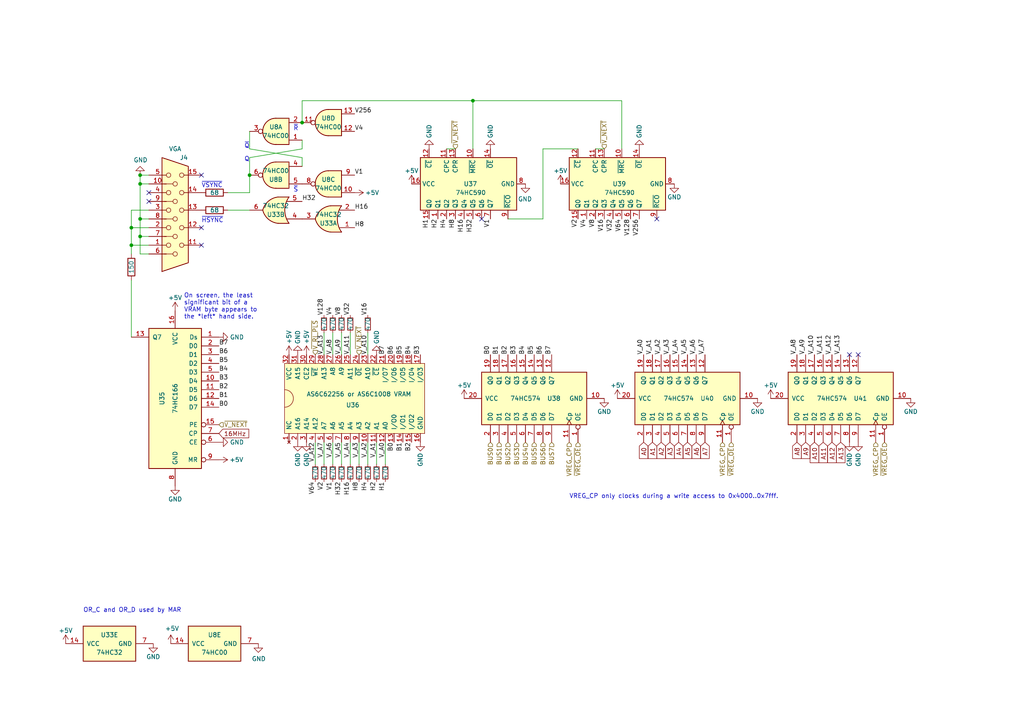
<source format=kicad_sch>
(kicad_sch (version 20231120) (generator "eeschema") (generator_version "8.0")
  (paper "A4")
  (title_block (title "VGA Circuit") (date "2024-10-10") (rev "1.1") (comment 2 "creativecommons.org/licenses/by-nc-sa/4.0/") (comment 3 "This work is licensed under CC BY-NC-SA 4.0") (comment 4 "Author: Carsten Herting (slu4)"))
  (lib_symbols
    (symbol "74xx:74HC00" (pin_names (offset 1.016))
      (property "Reference" "U" (at 0 1.27 0))
      (property "Value" "74HC00" (at 0 -1.27 0))
      (symbol "74HC00_1_1"
        (pin input line (at -7.62 2.54 0) (length 3.81) (name "~") (number "1"))
        (pin input line (at -7.62 -2.54 0) (length 3.81) (name "~") (number "2"))
        (pin output inverted (at 7.62 0 180) (length 3.81) (name "~") (number "3"))
      )
      (symbol "74HC00_1_2"
        (pin input inverted (at -7.62 2.54 0) (length 4.318) (name "~") (number "1"))
        (pin input inverted (at -7.62 -2.54 0) (length 4.318) (name "~") (number "2"))
        (pin output line (at 7.62 0 180) (length 3.81) (name "~") (number "3"))
      )
      (symbol "74HC00_2_1"
        (pin input line (at -7.62 2.54 0) (length 3.81) (name "~") (number "4"))
        (pin input line (at -7.62 -2.54 0) (length 3.81) (name "~") (number "5"))
        (pin output inverted (at 7.62 0 180) (length 3.81) (name "~") (number "6"))
      )
      (symbol "74HC00_2_2"
        (pin input inverted (at -7.62 2.54 0) (length 4.318) (name "~") (number "4"))
        (pin input inverted (at -7.62 -2.54 0) (length 4.318) (name "~") (number "5"))
        (pin output line (at 7.62 0 180) (length 3.81) (name "~") (number "6"))
      )
      (symbol "74HC00_3_1"
        (pin input line (at -7.62 -2.54 0) (length 3.81) (name "~") (number "10"))
        (pin output inverted (at 7.62 0 180) (length 3.81) (name "~") (number "8"))
        (pin input line (at -7.62 2.54 0) (length 3.81) (name "~") (number "9"))
      )
      (symbol "74HC00_3_2"
        (pin input inverted (at -7.62 -2.54 0) (length 4.318) (name "~") (number "10"))
        (pin output line (at 7.62 0 180) (length 3.81) (name "~") (number "8"))
        (pin input inverted (at -7.62 2.54 0) (length 4.318) (name "~") (number "9"))
      )
      (symbol "74HC00_4_1"
        (pin output inverted (at 7.62 0 180) (length 3.81) (name "~") (number "11"))
        (pin input line (at -7.62 2.54 0) (length 3.81) (name "~") (number "12"))
        (pin input line (at -7.62 -2.54 0) (length 3.81) (name "~") (number "13"))
      )
      (symbol "74HC00_4_2"
        (pin output line (at 7.62 0 180) (length 3.81) (name "~") (number "11"))
        (pin input inverted (at -7.62 2.54 0) (length 4.318) (name "~") (number "12"))
        (pin input inverted (at -7.62 -2.54 0) (length 4.318) (name "~") (number "13"))
      )
      (symbol "74HC00_5_0"
        (pin power_in line (at 0 12.7 270) (length 5.08) (name "VCC") (number "14"))
        (pin power_in line (at 0 -12.7 90) (length 5.08) (name "GND") (number "7"))
      )
    )
    (symbol "74xx:74HC590"
      (property "Reference" "U" (at -7.62 16.51 0))
      (property "Value" "74HC590" (at -7.62 -13.97 0))
      (symbol "74HC590_1_0"
        (pin tri_state line (at 10.16 10.16 180) (length 2.54) (name "Q1") (number "1"))
        (pin input line (at -10.16 0 0) (length 2.54) (name "~{MRC}") (number "10"))
        (pin input line (at -10.16 7.62 0) (length 2.54) (name "CPC") (number "11"))
        (pin input line (at -10.16 12.7 0) (length 2.54) (name "~{CE}") (number "12"))
        (pin input line (at -10.16 5.08 0) (length 2.54) (name "CPR") (number "13"))
        (pin input line (at -10.16 -5.08 0) (length 2.54) (name "~{OE}") (number "14"))
        (pin tri_state line (at 10.16 12.7 180) (length 2.54) (name "Q0") (number "15"))
        (pin power_in line (at 0 17.78 270) (length 2.54) (name "VCC") (number "16"))
        (pin tri_state line (at 10.16 7.62 180) (length 2.54) (name "Q2") (number "2"))
        (pin tri_state line (at 10.16 5.08 180) (length 2.54) (name "Q3") (number "3"))
        (pin tri_state line (at 10.16 2.54 180) (length 2.54) (name "Q4") (number "4"))
        (pin tri_state line (at 10.16 0 180) (length 2.54) (name "Q5") (number "5"))
        (pin tri_state line (at 10.16 -2.54 180) (length 2.54) (name "Q6") (number "6"))
        (pin tri_state line (at 10.16 -5.08 180) (length 2.54) (name "Q7") (number "7"))
        (pin power_in line (at 0 -15.24 90) (length 2.54) (name "GND") (number "8"))
        (pin output line (at 10.16 -10.16 180) (length 2.54) (name "~{RCO}") (number "9"))
      )
    )
    (symbol "8-Bit CPU 32k-cache:74HC00" (pin_names (offset 1.016))
      (property "Reference" "U" (at 0 1.27 0))
      (property "Value" "74HC00" (at 0 -1.27 0))
      (symbol "74HC00_1_1"
        (pin input line (at -7.62 2.54 0) (length 3.81) (name "~") (number "1"))
        (pin input line (at -7.62 -2.54 0) (length 3.81) (name "~") (number "2"))
        (pin output inverted (at 7.62 0 180) (length 3.81) (name "~") (number "3"))
      )
      (symbol "74HC00_1_2"
        (pin input inverted (at -7.62 2.54 0) (length 4.318) (name "~") (number "1"))
        (pin input inverted (at -7.62 -2.54 0) (length 4.318) (name "~") (number "2"))
        (pin output line (at 7.62 0 180) (length 3.81) (name "~") (number "3"))
      )
      (symbol "74HC00_2_1"
        (pin input line (at -7.62 2.54 0) (length 3.81) (name "~") (number "4"))
        (pin input line (at -7.62 -2.54 0) (length 3.81) (name "~") (number "5"))
        (pin output inverted (at 7.62 0 180) (length 3.81) (name "~") (number "6"))
      )
      (symbol "74HC00_2_2"
        (pin input inverted (at -7.62 2.54 0) (length 4.318) (name "~") (number "4"))
        (pin input inverted (at -7.62 -2.54 0) (length 4.318) (name "~") (number "5"))
        (pin output line (at 7.62 0 180) (length 3.81) (name "~") (number "6"))
      )
      (symbol "74HC00_3_1"
        (pin input line (at -7.62 -2.54 0) (length 3.81) (name "~") (number "10"))
        (pin output inverted (at 7.62 0 180) (length 3.81) (name "~") (number "8"))
        (pin input line (at -7.62 2.54 0) (length 3.81) (name "~") (number "9"))
      )
      (symbol "74HC00_3_2"
        (pin input inverted (at -7.62 -2.54 0) (length 4.318) (name "~") (number "10"))
        (pin output line (at 7.62 0 180) (length 3.81) (name "~") (number "8"))
        (pin input inverted (at -7.62 2.54 0) (length 4.318) (name "~") (number "9"))
      )
      (symbol "74HC00_4_1"
        (pin output inverted (at 7.62 0 180) (length 3.81) (name "~") (number "11"))
        (pin input line (at -7.62 2.54 0) (length 3.81) (name "~") (number "12"))
        (pin input line (at -7.62 -2.54 0) (length 3.81) (name "~") (number "13"))
      )
      (symbol "74HC00_4_2"
        (pin output line (at 7.62 0 180) (length 3.81) (name "~") (number "11"))
        (pin input inverted (at -7.62 2.54 0) (length 4.318) (name "~") (number "12"))
        (pin input inverted (at -7.62 -2.54 0) (length 4.318) (name "~") (number "13"))
      )
      (symbol "74HC00_5_0"
        (pin power_in line (at 0 12.7 270) (length 5.08) (name "VCC") (number "14"))
        (pin power_in line (at 0 -12.7 90) (length 5.08) (name "GND") (number "7"))
      )
    )
    (symbol "8-Bit CPU 32k:74HC166" (pin_names (offset 1.016))
      (property "Reference" "U" (at 2.54 0 90))
      (property "Value" "74HC166" (at -1.27 0 90))
      (symbol "74HC166_1_0"
        (pin input line (at -12.7 17.78 0) (length 5.08) (name "Ds") (number "1"))
        (pin input line (at -12.7 5.08 0) (length 5.08) (name "D4") (number "10"))
        (pin input line (at -12.7 2.54 0) (length 5.08) (name "D5") (number "11"))
        (pin input line (at -12.7 0 0) (length 5.08) (name "D6") (number "12"))
        (pin output line (at 12.7 17.78 180) (length 5.08) (name "Q7") (number "13"))
        (pin input line (at -12.7 -2.54 0) (length 5.08) (name "D7") (number "14"))
        (pin input inverted (at -12.7 -7.62 0) (length 5.08) (name "PE") (number "15"))
        (pin power_in line (at 0 25.4 270) (length 5.08) (name "VCC") (number "16"))
        (pin input line (at -12.7 15.24 0) (length 5.08) (name "D0") (number "2"))
        (pin input line (at -12.7 12.7 0) (length 5.08) (name "D1") (number "3"))
        (pin input line (at -12.7 10.16 0) (length 5.08) (name "D2") (number "4"))
        (pin input line (at -12.7 7.62 0) (length 5.08) (name "D3") (number "5"))
        (pin input inverted (at -12.7 -12.7 0) (length 5.08) (name "CE") (number "6"))
        (pin input line (at -12.7 -10.16 0) (length 5.08) (name "CP") (number "7"))
        (pin power_in line (at 0 -25.4 90) (length 5.08) (name "GND") (number "8"))
        (pin input inverted (at -12.7 -17.78 0) (length 5.08) (name "MR") (number "9"))
      )
    )
    (symbol "8-Bit CPU 32k:74HC32" (pin_names (offset 1.016))
      (property "Reference" "U" (at 0 1.27 0))
      (property "Value" "74HC32" (at 0 -1.27 0))
      (symbol "74HC32_1_1"
        (pin input line (at -7.62 2.54 0) (length 4.318) (name "~") (number "1"))
        (pin input line (at -7.62 -2.54 0) (length 4.318) (name "~") (number "2"))
        (pin output line (at 7.62 0 180) (length 3.81) (name "~") (number "3"))
      )
      (symbol "74HC32_1_2"
        (pin input inverted (at -7.62 2.54 0) (length 3.81) (name "~") (number "1"))
        (pin input inverted (at -7.62 -2.54 0) (length 3.81) (name "~") (number "2"))
        (pin output inverted (at 7.62 0 180) (length 3.81) (name "~") (number "3"))
      )
      (symbol "74HC32_2_1"
        (pin input line (at -7.62 2.54 0) (length 4.318) (name "~") (number "4"))
        (pin input line (at -7.62 -2.54 0) (length 4.318) (name "~") (number "5"))
        (pin output line (at 7.62 0 180) (length 3.81) (name "~") (number "6"))
      )
      (symbol "74HC32_2_2"
        (pin input inverted (at -7.62 2.54 0) (length 3.81) (name "~") (number "4"))
        (pin input inverted (at -7.62 -2.54 0) (length 3.81) (name "~") (number "5"))
        (pin output inverted (at 7.62 0 180) (length 3.81) (name "~") (number "6"))
      )
      (symbol "74HC32_3_1"
        (pin input line (at -7.62 -2.54 0) (length 4.318) (name "~") (number "10"))
        (pin output line (at 7.62 0 180) (length 3.81) (name "~") (number "8"))
        (pin input line (at -7.62 2.54 0) (length 4.318) (name "~") (number "9"))
      )
      (symbol "74HC32_3_2"
        (pin input inverted (at -7.62 -2.54 0) (length 3.81) (name "~") (number "10"))
        (pin output inverted (at 7.62 0 180) (length 3.81) (name "~") (number "8"))
        (pin input inverted (at -7.62 2.54 0) (length 3.81) (name "~") (number "9"))
      )
      (symbol "74HC32_4_1"
        (pin output line (at 7.62 0 180) (length 3.81) (name "~") (number "11"))
        (pin input line (at -7.62 2.54 0) (length 4.318) (name "~") (number "12"))
        (pin input line (at -7.62 -2.54 0) (length 4.318) (name "~") (number "13"))
      )
      (symbol "74HC32_4_2"
        (pin output inverted (at 7.62 0 180) (length 3.81) (name "~") (number "11"))
        (pin input inverted (at -7.62 2.54 0) (length 3.81) (name "~") (number "12"))
        (pin input inverted (at -7.62 -2.54 0) (length 3.81) (name "~") (number "13"))
      )
      (symbol "74HC32_5_0"
        (pin power_in line (at 0 12.7 270) (length 5.08) (name "VCC") (number "14"))
        (pin power_in line (at 0 -12.7 90) (length 5.08) (name "GND") (number "7"))
      )
    )
    (symbol "8-Bit CPU 32k:74HC574" (pin_names (offset 1.016))
      (property "Reference" "U" (at -7.62 16.51 0))
      (property "Value" "74HC574" (at -7.62 -16.51 0))
      (symbol "74HC574_1_0"
        (pin input inverted (at -12.7 -12.7 0) (length 5.08) (name "OE") (number "1"))
        (pin power_in line (at 0 -20.32 90) (length 5.08) (name "GND") (number "10"))
        (pin input clock (at -12.7 -10.16 0) (length 5.08) (name "Cp") (number "11"))
        (pin tri_state line (at 12.7 -5.08 180) (length 5.08) (name "Q7") (number "12"))
        (pin tri_state line (at 12.7 -2.54 180) (length 5.08) (name "Q6") (number "13"))
        (pin tri_state line (at 12.7 0 180) (length 5.08) (name "Q5") (number "14"))
        (pin tri_state line (at 12.7 2.54 180) (length 5.08) (name "Q4") (number "15"))
        (pin tri_state line (at 12.7 5.08 180) (length 5.08) (name "Q3") (number "16"))
        (pin tri_state line (at 12.7 7.62 180) (length 5.08) (name "Q2") (number "17"))
        (pin tri_state line (at 12.7 10.16 180) (length 5.08) (name "Q1") (number "18"))
        (pin tri_state line (at 12.7 12.7 180) (length 5.08) (name "Q0") (number "19"))
        (pin input line (at -12.7 12.7 0) (length 5.08) (name "D0") (number "2"))
        (pin power_in line (at 0 20.32 270) (length 5.08) (name "VCC") (number "20"))
        (pin input line (at -12.7 10.16 0) (length 5.08) (name "D1") (number "3"))
        (pin input line (at -12.7 7.62 0) (length 5.08) (name "D2") (number "4"))
        (pin input line (at -12.7 5.08 0) (length 5.08) (name "D3") (number "5"))
        (pin input line (at -12.7 2.54 0) (length 5.08) (name "D4") (number "6"))
        (pin input line (at -12.7 0 0) (length 5.08) (name "D5") (number "7"))
        (pin input line (at -12.7 -2.54 0) (length 5.08) (name "D6") (number "8"))
        (pin input line (at -12.7 -5.08 0) (length 5.08) (name "D7") (number "9"))
      )
    )
    (symbol "8-Bit CPU 32k:AS6C1008" (pin_names (offset 1.016))
      (property "Reference" "U" (at -1.27 2.54 90))
      (property "Value" "AS6C1008" (at 2.54 2.54 90))
      (symbol "AS6C1008_1_1"
        (pin no_connect line (at -12.7 22.86 0) (length 2.54) (name "NC") (number "1"))
        (pin input line (at -12.7 0 0) (length 2.54) (name "A2") (number "10"))
        (pin input line (at -12.7 -2.54 0) (length 2.54) (name "A1") (number "11"))
        (pin input line (at -12.7 -5.08 0) (length 2.54) (name "A0") (number "12"))
        (pin bidirectional line (at -12.7 -7.62 0) (length 2.54) (name "I/O0") (number "13"))
        (pin bidirectional line (at -12.7 -10.16 0) (length 2.54) (name "I/O1") (number "14"))
        (pin bidirectional line (at -12.7 -12.7 0) (length 2.54) (name "I/O2") (number "15"))
        (pin power_in line (at -12.7 -15.24 0) (length 2.54) (name "GND") (number "16"))
        (pin bidirectional line (at 12.7 -15.24 180) (length 2.54) (name "I/O3") (number "17"))
        (pin bidirectional line (at 12.7 -12.7 180) (length 2.54) (name "I/O4") (number "18"))
        (pin bidirectional line (at 12.7 -10.16 180) (length 2.54) (name "I/O5") (number "19"))
        (pin input line (at -12.7 20.32 0) (length 2.54) (name "A16") (number "2"))
        (pin bidirectional line (at 12.7 -7.62 180) (length 2.54) (name "I/O6") (number "20"))
        (pin bidirectional line (at 12.7 -5.08 180) (length 2.54) (name "I/O7") (number "21"))
        (pin input line (at 12.7 -2.54 180) (length 2.54) (name "~{CE}") (number "22"))
        (pin input line (at 12.7 0 180) (length 2.54) (name "A10") (number "23"))
        (pin input line (at 12.7 2.54 180) (length 2.54) (name "~{OE}") (number "24"))
        (pin input line (at 12.7 5.08 180) (length 2.54) (name "A11") (number "25"))
        (pin input line (at 12.7 7.62 180) (length 2.54) (name "A9") (number "26"))
        (pin input line (at 12.7 10.16 180) (length 2.54) (name "A8") (number "27"))
        (pin input line (at 12.7 12.7 180) (length 2.54) (name "A13") (number "28"))
        (pin input line (at 12.7 15.24 180) (length 2.54) (name "~{WE}") (number "29"))
        (pin input line (at -12.7 17.78 0) (length 2.54) (name "A14") (number "3"))
        (pin input line (at 12.7 17.78 180) (length 2.54) (name "CE2") (number "30"))
        (pin input line (at 12.7 20.32 180) (length 2.54) (name "A15") (number "31"))
        (pin power_in line (at 12.7 22.86 180) (length 2.54) (name "VCC") (number "32"))
        (pin input line (at -12.7 15.24 0) (length 2.54) (name "A12") (number "4"))
        (pin input line (at -12.7 12.7 0) (length 2.54) (name "A7") (number "5"))
        (pin input line (at -12.7 10.16 0) (length 2.54) (name "A6") (number "6"))
        (pin input line (at -12.7 7.62 0) (length 2.54) (name "A5") (number "7"))
        (pin input line (at -12.7 5.08 0) (length 2.54) (name "A4") (number "8"))
        (pin input line (at -12.7 2.54 0) (length 2.54) (name "A3") (number "9"))
      )
    )
    (symbol "Connector:DB15_Female_HighDensity" (pin_names (offset 1.016) hide)
      (property "Reference" "J" (at 0 21.59 0))
      (property "Value" "DB15_Female_HighDensity" (at 0 19.05 0))
      (symbol "DB15_Female_HighDensity_1_1"
        (pin passive line (at -7.62 10.16 0) (length 5.08) (name "~") (number "1"))
        (pin passive line (at -7.62 -7.62 0) (length 5.08) (name "~") (number "10"))
        (pin passive line (at 7.62 10.16 180) (length 5.08) (name "~") (number "11"))
        (pin passive line (at 7.62 5.08 180) (length 5.08) (name "~") (number "12"))
        (pin passive line (at 7.62 0 180) (length 5.08) (name "~") (number "13"))
        (pin passive line (at 7.62 -5.08 180) (length 5.08) (name "~") (number "14"))
        (pin passive line (at 7.62 -10.16 180) (length 5.08) (name "~") (number "15"))
        (pin passive line (at -7.62 5.08 0) (length 5.08) (name "~") (number "2"))
        (pin passive line (at -7.62 0 0) (length 5.08) (name "~") (number "3"))
        (pin passive line (at -7.62 -5.08 0) (length 5.08) (name "~") (number "4"))
        (pin passive line (at -7.62 -10.16 0) (length 5.08) (name "~") (number "5"))
        (pin passive line (at -7.62 12.7 0) (length 5.08) (name "~") (number "6"))
        (pin passive line (at -7.62 7.62 0) (length 5.08) (name "~") (number "7"))
        (pin passive line (at -7.62 2.54 0) (length 5.08) (name "~") (number "8"))
        (pin passive line (at -7.62 -2.54 0) (length 5.08) (name "~") (number "9"))
      )
    )
    (symbol "Device:R" (pin_numbers hide) (pin_names (offset 0))
      (property "Reference" "R" (at 2.032 0 90))
      (property "Value" "R" (at 0 0 90))
      (symbol "R_1_1"
        (pin passive line (at 0 3.81 270) (length 1.27) (name "~") (number "1"))
        (pin passive line (at 0 -3.81 90) (length 1.27) (name "~") (number "2"))
      )
    )
    (symbol "Device:R_Small" (pin_numbers hide) (pin_names (offset 0.254) hide)
      (property "Reference" "R" (at 0.762 0.508 0))
      (property "Value" "R_Small" (at 0.762 -1.016 0))
      (symbol "R_Small_1_1"
        (pin passive line (at 0 2.54 270) (length 0.762) (name "~") (number "1"))
        (pin passive line (at 0 -2.54 90) (length 0.762) (name "~") (number "2"))
      )
    )
    (symbol "power:+5V" (power) (pin_names (offset 0))
      (property "Value" "+5V" (at 0 3.556 0))
      (symbol "+5V_1_1"
        (pin power_in line (at 0 0 90) (length 0) hide (name "+5V") (number "1"))
      )
    )
    (symbol "power:GND" (power) (pin_names (offset 0))
      (property "Value" "GND" (at 0 -3.81 0))
      (symbol "GND_1_1"
        (pin power_in line (at 0 0 270) (length 0) hide (name "GND") (number "1"))
      )
    )
  )
  (junction (at 72.39 50.8))
  (junction (at 87.63 35.56))
  (junction (at 40.64 53.34))
  (junction (at 40.64 63.5))
  (junction (at 38.1 71.12))
  (junction (at 38.1 66.04))
  (junction (at 40.64 50.8))
  (junction (at 40.64 68.58))
  (junction (at 137.16 29.21))
  (no_connect (at 246.38 102.87))
  (no_connect (at 139.7 63.5))
  (no_connect (at 58.42 66.04))
  (no_connect (at 58.42 50.8))
  (no_connect (at 190.5 63.5))
  (no_connect (at 43.18 55.88))
  (no_connect (at 248.92 102.87))
  (no_connect (at 58.42 71.12))
  (no_connect (at 43.18 58.42))
  (wire (pts (xy 106.68 102.87) (xy 106.68 96.52)))
  (wire (pts (xy 87.63 45.72) (xy 87.63 48.26)))
  (wire (pts (xy 96.52 128.27) (xy 96.52 134.62)))
  (wire (pts (xy 99.06 128.27) (xy 99.06 134.62)))
  (wire (pts (xy 40.64 53.34) (xy 43.18 53.34)))
  (wire (pts (xy 147.32 63.5) (xy 157.48 63.5)))
  (wire (pts (xy 38.1 66.04) (xy 38.1 71.12)))
  (wire (pts (xy 72.39 55.88) (xy 66.04 55.88)))
  (wire (pts (xy 40.64 63.5) (xy 40.64 53.34)))
  (wire (pts (xy 72.39 55.88) (xy 72.39 50.8)))
  (wire (pts (xy 72.39 45.72) (xy 87.63 43.18)))
  (wire (pts (xy 38.1 71.12) (xy 38.1 73.66)))
  (wire (pts (xy 43.18 60.96) (xy 38.1 60.96)))
  (wire (pts (xy 167.64 43.18) (xy 157.48 43.18)))
  (wire (pts (xy 99.06 96.52) (xy 99.06 102.87)))
  (wire (pts (xy 43.18 73.66) (xy 40.64 73.66)))
  (wire (pts (xy 93.98 102.87) (xy 93.98 96.52)))
  (wire (pts (xy 87.63 29.21) (xy 87.63 35.56)))
  (wire (pts (xy 101.6 134.62) (xy 101.6 128.27)))
  (wire (pts (xy 40.64 73.66) (xy 40.64 68.58)))
  (wire (pts (xy 93.98 128.27) (xy 93.98 134.62)))
  (wire (pts (xy 180.34 43.18) (xy 180.34 29.21)))
  (wire (pts (xy 40.64 68.58) (xy 40.64 63.5)))
  (wire (pts (xy 40.64 68.58) (xy 43.18 68.58)))
  (wire (pts (xy 40.64 50.8) (xy 43.18 50.8)))
  (wire (pts (xy 96.52 102.87) (xy 96.52 96.52)))
  (wire (pts (xy 40.64 53.34) (xy 40.64 50.8)))
  (wire (pts (xy 87.63 45.72) (xy 72.39 43.18)))
  (wire (pts (xy 137.16 29.21) (xy 180.34 29.21)))
  (wire (pts (xy 72.39 60.96) (xy 66.04 60.96)))
  (wire (pts (xy 38.1 71.12) (xy 43.18 71.12)))
  (wire (pts (xy 137.16 29.21) (xy 87.63 29.21)))
  (wire (pts (xy 72.39 38.1) (xy 72.39 43.18)))
  (wire (pts (xy 106.68 134.62) (xy 106.68 128.27)))
  (wire (pts (xy 72.39 45.72) (xy 72.39 50.8)))
  (wire (pts (xy 175.26 43.18) (xy 172.72 43.18)))
  (wire (pts (xy 38.1 81.28) (xy 38.1 97.79)))
  (wire (pts (xy 38.1 60.96) (xy 38.1 66.04)))
  (wire (pts (xy 40.64 63.5) (xy 43.18 63.5)))
  (wire (pts (xy 109.22 134.62) (xy 109.22 128.27)))
  (wire (pts (xy 38.1 66.04) (xy 43.18 66.04)))
  (wire (pts (xy 111.76 134.62) (xy 111.76 128.27)))
  (wire (pts (xy 157.48 43.18) (xy 157.48 63.5)))
  (wire (pts (xy 104.14 134.62) (xy 104.14 128.27)))
  (wire (pts (xy 101.6 102.87) (xy 101.6 96.52)))
  (wire (pts (xy 87.63 43.18) (xy 87.63 40.64)))
  (wire (pts (xy 137.16 43.18) (xy 137.16 29.21)))
  (wire (pts (xy 129.54 43.18) (xy 132.08 43.18)))
  (wire (pts (xy 91.44 128.27) (xy 91.44 134.62)))
  (text "On screen, the least\nsignificant bit of a\nVRAM byte appears to\nthe *left* hand side." (at 53.34 92.71 0) (effects (font (size 1.27 1.27)) (justify left bottom)))
  (text "~{S}" (at 85.09 55.88 0) (effects (font (size 1.27 1.27)) (justify left bottom)))
  (text "~{Q}" (at 72.39 43.18 0) (effects (font (size 1.27 1.27)) (justify right bottom)))
  (text "VREG_CP only clocks during a write access to 0x4000..0x7fff." (at 165.1 144.78 0) (effects (font (size 1.27 1.27)) (justify left bottom)))
  (text "Q" (at 72.39 46.99 0) (effects (font (size 1.27 1.27)) (justify right bottom)))
  (text "~{HSYNC}" (at 58.42 64.77 0) (effects (font (size 1.27 1.27)) (justify left bottom)))
  (text "OR_C and OR_D used by MAR" (at 24.13 177.8 0) (effects (font (size 1.27 1.27)) (justify left bottom)))
  (text "~{VSYNC}" (at 58.42 54.61 0) (effects (font (size 1.27 1.27)) (justify left bottom)))
  (text "~{R}" (at 85.09 38.1 0) (effects (font (size 1.27 1.27)) (justify left bottom)))
  (label "H1" (at 111.76 139.7 270))
  (label "V16" (at 106.68 91.44 90))
  (label "V32" (at 177.8 63.5 270))
  (label "B3" (at 121.92 102.87 90))
  (label "B4" (at 152.4 102.87 90))
  (label "H4" (at 129.54 63.5 270))
  (label "V4" (at 170.18 63.5 270))
  (label "B7" (at 63.5 100.33 0))
  (label "V2" (at 167.64 63.5 270))
  (label "V_A9" (at 233.68 102.87 90))
  (label "H8" (at 102.87 66.04 0))
  (label "H32" (at 99.06 139.7 270))
  (label "H32" (at 137.16 63.5 270))
  (label "B1" (at 116.84 128.27 270))
  (label "V_A10" (at 106.68 102.87 90))
  (label "B5" (at 154.94 102.87 90))
  (label "V_A12" (at 241.3 102.87 90))
  (label "V_A9" (at 99.06 102.87 90))
  (label "B0" (at 63.5 118.11 0))
  (label "V_A7" (at 204.47 102.87 90))
  (label "H16" (at 134.62 63.5 270))
  (label "V256" (at 185.42 63.5 270))
  (label "B2" (at 119.38 128.27 270))
  (label "V1" (at 102.87 50.8 0))
  (label "V128" (at 182.88 63.5 270))
  (label "B4" (at 63.5 107.95 0))
  (label "H4" (at 106.68 139.7 270))
  (label "V1" (at 96.52 139.7 270))
  (label "V64" (at 91.44 139.7 270))
  (label "B3" (at 63.5 110.49 0))
  (label "V_A11" (at 238.76 102.87 90))
  (label "V64" (at 180.34 63.5 270))
  (label "H16" (at 102.87 60.96 0))
  (label "V2" (at 93.98 139.7 270))
  (label "V_A13" (at 93.98 102.87 90))
  (label "B1" (at 144.78 102.87 90))
  (label "V_A6" (at 201.93 102.87 90))
  (label "V_A1" (at 109.22 128.27 270))
  (label "V_A0" (at 111.76 128.27 270))
  (label "B7" (at 160.02 102.87 90))
  (label "V_A10" (at 236.22 102.87 90))
  (label "V256" (at 102.87 33.02 0))
  (label "V_A5" (at 99.06 128.27 270))
  (label "B6" (at 63.5 102.87 0))
  (label "V128" (at 93.98 91.44 90))
  (label "V_A3" (at 194.31 102.87 90))
  (label "V_A2" (at 191.77 102.87 90))
  (label "B1" (at 63.5 115.57 0))
  (label "H2" (at 127 63.5 270))
  (label "B3" (at 149.86 102.87 90))
  (label "V32" (at 101.6 91.44 90))
  (label "V_A3" (at 104.14 128.27 270))
  (label "V4" (at 96.52 91.44 90))
  (label "V4" (at 102.87 38.1 0))
  (label "V1" (at 142.24 63.5 270))
  (label "H32" (at 87.63 58.42 0))
  (label "V_A4" (at 101.6 128.27 270))
  (label "V_A11" (at 101.6 102.87 90))
  (label "B5" (at 63.5 105.41 0))
  (label "V_A7" (at 93.98 128.27 270))
  (label "V_A4" (at 196.85 102.87 90))
  (label "H8" (at 132.08 63.5 270))
  (label "V_A13" (at 243.84 102.87 90))
  (label "V_A0" (at 186.69 102.87 90))
  (label "B2" (at 63.5 113.03 0))
  (label "V_A8" (at 96.52 102.87 90))
  (label "B7" (at 111.76 102.87 90))
  (label "H2" (at 109.22 139.7 270))
  (label "B0" (at 114.3 128.27 270))
  (label "H8" (at 104.14 139.7 270))
  (label "B0" (at 142.24 102.87 90))
  (label "B6" (at 157.48 102.87 90))
  (label "B4" (at 119.38 102.87 90))
  (label "V16" (at 175.26 63.5 270))
  (label "V8" (at 99.06 91.44 90))
  (label "V_A5" (at 199.39 102.87 90))
  (label "B5" (at 116.84 102.87 90))
  (label "V8" (at 172.72 63.5 270))
  (label "B2" (at 147.32 102.87 90))
  (label "V_A8" (at 231.14 102.87 90))
  (label "V_A6" (at 96.52 128.27 270))
  (label "B6" (at 114.3 102.87 90))
  (label "V_A1" (at 189.23 102.87 90))
  (label "H1" (at 124.46 63.5 270))
  (label "V_A2" (at 106.68 128.27 270))
  (label "V_A12" (at 91.44 128.27 270))
  (label "H16" (at 101.6 139.7 270))
  (global_label "A2" (shape input) (at 191.77 128.27 270) (property "Intersheetrefs" "${INTERSHEET_REFS}" (effects (hide yes))))
  (global_label "A10" (shape input) (at 236.22 128.27 270) (property "Intersheetrefs" "${INTERSHEET_REFS}" (effects (hide yes))))
  (global_label "A8" (shape input) (at 231.14 128.27 270) (property "Intersheetrefs" "${INTERSHEET_REFS}" (effects (hide yes))))
  (global_label "A9" (shape input) (at 233.68 128.27 270) (property "Intersheetrefs" "${INTERSHEET_REFS}" (effects (hide yes))))
  (global_label "A11" (shape input) (at 238.76 128.27 270) (property "Intersheetrefs" "${INTERSHEET_REFS}" (effects (hide yes))))
  (global_label "A7" (shape input) (at 204.47 128.27 270) (property "Intersheetrefs" "${INTERSHEET_REFS}" (effects (hide yes))))
  (global_label "A0" (shape input) (at 186.69 128.27 270) (property "Intersheetrefs" "${INTERSHEET_REFS}" (effects (hide yes))))
  (global_label "16MHz" (shape input) (at 63.5 125.73 0) (property "Intersheetrefs" "${INTERSHEET_REFS}" (effects (hide yes))))
  (global_label "A12" (shape input) (at 241.3 128.27 270) (property "Intersheetrefs" "${INTERSHEET_REFS}" (effects (hide yes))))
  (global_label "A6" (shape input) (at 201.93 128.27 270) (property "Intersheetrefs" "${INTERSHEET_REFS}" (effects (hide yes))))
  (global_label "A4" (shape input) (at 196.85 128.27 270) (property "Intersheetrefs" "${INTERSHEET_REFS}" (effects (hide yes))))
  (global_label "A1" (shape input) (at 189.23 128.27 270) (property "Intersheetrefs" "${INTERSHEET_REFS}" (effects (hide yes))))
  (global_label "A3" (shape input) (at 194.31 128.27 270) (property "Intersheetrefs" "${INTERSHEET_REFS}" (effects (hide yes))))
  (global_label "A13" (shape input) (at 243.84 128.27 270) (property "Intersheetrefs" "${INTERSHEET_REFS}" (effects (hide yes))))
  (global_label "A5" (shape input) (at 199.39 128.27 270) (property "Intersheetrefs" "${INTERSHEET_REFS}" (effects (hide yes))))
  (hierarchical_label "BUS5" (shape input) (at 154.94 128.27 270))
  (hierarchical_label "VREG_CP" (shape input) (at 209.55 128.27 270))
  (hierarchical_label "~{V_NEXT}" (shape input) (at 104.14 102.87 90))
  (hierarchical_label "~{V_NEXT}" (shape input) (at 63.5 123.19 0))
  (hierarchical_label "BUS7" (shape input) (at 160.02 128.27 270))
  (hierarchical_label "~{V_RI_PLS}" (shape input) (at 91.44 102.87 90))
  (hierarchical_label "BUS1" (shape input) (at 144.78 128.27 270))
  (hierarchical_label "~{V_NEXT}" (shape input) (at 132.08 43.18 90))
  (hierarchical_label "~{VREG_OE}" (shape input) (at 167.64 128.27 270))
  (hierarchical_label "~{VREG_OE}" (shape input) (at 256.54 128.27 270))
  (hierarchical_label "BUS4" (shape input) (at 152.4 128.27 270))
  (hierarchical_label "VREG_CP" (shape input) (at 165.1 128.27 270))
  (hierarchical_label "BUS6" (shape input) (at 157.48 128.27 270))
  (hierarchical_label "BUS0" (shape input) (at 142.24 128.27 270))
  (hierarchical_label "~{VREG_OE}" (shape input) (at 212.09 128.27 270))
  (hierarchical_label "BUS2" (shape input) (at 147.32 128.27 270))
  (hierarchical_label "VREG_CP" (shape input) (at 254 128.27 270))
  (hierarchical_label "~{V_NEXT}" (shape input) (at 175.26 43.18 90))
  (hierarchical_label "BUS3" (shape input) (at 149.86 128.27 270))
  (symbol (lib_id "Device:R_Small") (at 91.44 137.16 0) (unit 1)
    (property "Reference" "R21" (effects (hide yes)))
    (property "Value" "470" (at 91.44 139.065 90) (effects (justify left)))
    (property "Footprint" "Resistor_THT:R_Axial_DIN0207_L6.3mm_D2.5mm_P7.62mm_Horizontal" (effects (hide yes)))
  )
  (symbol (lib_id "power:GND") (at 63.5 128.27 90) (mirror x) (unit 1)
    (property "Reference" "#PWR0169" (effects (hide yes)))
    (property "Value" "GND" (at 66.675 128.27 90) (effects (justify right)))
  )
  (symbol (lib_id "power:GND") (at 219.71 115.57 0) (mirror y) (unit 1)
    (property "Reference" "#PWR0186" (effects (hide yes)))
    (property "Value" "GND" (at 219.71 119.38 0))
  )
  (symbol (lib_id "Device:R_Small") (at 96.52 93.98 0) (unit 1)
    (property "Reference" "R17" (effects (hide yes)))
    (property "Value" "470" (at 96.52 95.885 90) (effects (justify left)))
    (property "Footprint" "Resistor_THT:R_Axial_DIN0207_L6.3mm_D2.5mm_P7.62mm_Horizontal" (effects (hide yes)))
  )
  (symbol (lib_id "power:GND") (at 74.93 186.69 0) (unit 1)
    (property "Reference" "#PWR0167" (effects (hide yes)))
    (property "Value" "GND" (at 75.057 191.0842 0))
  )
  (symbol (lib_id "Connector:DB15_Female_HighDensity") (at 50.8 60.96 0) (mirror x) (unit 1)
    (property "Reference" "J4" (at 53.34 45.72 0))
    (property "Value" "VGA" (at 50.8 43.18 0))
    (property "Footprint" "ArduinoPC:VGA DSUB15HD_female" (effects (hide yes)))
    (property "Datasheet" " ~" (effects (hide yes)))
  )
  (symbol (lib_id "power:GND") (at 264.16 115.57 0) (mirror y) (unit 1)
    (property "Reference" "#PWR0190" (effects (hide yes)))
    (property "Value" "GND" (at 264.16 119.38 0))
  )
  (symbol (lib_id "Device:R_Small") (at 111.76 137.16 0) (unit 1)
    (property "Reference" "R9" (effects (hide yes)))
    (property "Value" "470" (at 111.76 139.065 90) (effects (justify left)))
    (property "Footprint" "Resistor_THT:R_Axial_DIN0207_L6.3mm_D2.5mm_P7.62mm_Horizontal" (effects (hide yes)))
  )
  (symbol (lib_id "Device:R") (at 62.23 55.88 90) (unit 1)
    (property "Reference" "R7" (effects (hide yes)))
    (property "Value" "68" (at 62.23 55.88 90))
    (property "Footprint" "Resistor_THT:R_Axial_DIN0207_L6.3mm_D2.5mm_P7.62mm_Horizontal" (effects (hide yes)))
  )
  (symbol (lib_id "power:+5V") (at 134.62 115.57 0) (mirror y) (unit 1)
    (property "Reference" "#PWR0180" (effects (hide yes)))
    (property "Value" "+5V" (at 134.62 111.76 0))
  )
  (symbol (lib_id "power:GND") (at 248.92 128.27 0) (mirror y) (unit 1)
    (property "Reference" "#PWR0189" (effects (hide yes)))
    (property "Value" "GND" (at 248.92 133.35 90))
  )
  (symbol (lib_id "Device:R") (at 38.1 77.47 0) (mirror x) (unit 1)
    (property "Reference" "R6" (effects (hide yes)))
    (property "Value" "150" (at 38.1 77.47 90))
    (property "Footprint" "Resistor_THT:R_Axial_DIN0207_L6.3mm_D2.5mm_P7.62mm_Horizontal" (effects (hide yes)))
  )
  (symbol (lib_id "power:GND") (at 86.36 128.27 0) (mirror y) (unit 1)
    (property "Reference" "#PWR0173" (effects (hide yes)))
    (property "Value" "GND" (at 86.36 133.35 90))
  )
  (symbol (lib_id "Device:R_Small") (at 93.98 93.98 0) (unit 1)
    (property "Reference" "R22" (effects (hide yes)))
    (property "Value" "470" (at 93.98 95.885 90) (effects (justify left)))
    (property "Footprint" "Resistor_THT:R_Axial_DIN0207_L6.3mm_D2.5mm_P7.62mm_Horizontal" (effects (hide yes)))
  )
  (symbol (lib_id "8-Bit CPU 32k:74HC574") (at 243.84 115.57 90) (unit 1)
    (property "Reference" "U41" (at 249.555 115.57 90))
    (property "Value" "74HC574" (at 241.3 115.57 90))
    (property "Footprint" "Package_DIP:DIP-20_W7.62mm_Socket" (effects (hide yes)))
    (property "Datasheet" "http://www.ti.com/lit/gpn/sn74LS574" (effects (hide yes)))
  )
  (symbol (lib_id "power:+5V") (at 83.82 102.87 0) (mirror y) (unit 1)
    (property "Reference" "#PWR0177" (effects (hide yes)))
    (property "Value" "+5V" (at 83.82 97.79 90))
  )
  (symbol (lib_id "Device:R_Small") (at 106.68 137.16 0) (unit 1)
    (property "Reference" "R11" (effects (hide yes)))
    (property "Value" "470" (at 106.68 139.065 90) (effects (justify left)))
    (property "Footprint" "Resistor_THT:R_Axial_DIN0207_L6.3mm_D2.5mm_P7.62mm_Horizontal" (effects (hide yes)))
  )
  (symbol (lib_id "8-Bit CPU 32k:74HC574") (at 199.39 115.57 90) (unit 1)
    (property "Reference" "U40" (at 205.105 115.57 90))
    (property "Value" "74HC574" (at 196.85 115.57 90))
    (property "Footprint" "Package_DIP:DIP-20_W7.62mm_Socket" (effects (hide yes)))
    (property "Datasheet" "http://www.ti.com/lit/gpn/sn74LS574" (effects (hide yes)))
  )
  (symbol (lib_id "Device:R") (at 62.23 60.96 90) (unit 1)
    (property "Reference" "R8" (effects (hide yes)))
    (property "Value" "68" (at 62.23 60.96 90))
    (property "Footprint" "Resistor_THT:R_Axial_DIN0207_L6.3mm_D2.5mm_P7.62mm_Horizontal" (effects (hide yes)))
  )
  (symbol (lib_id "power:GND") (at 195.58 53.34 0) (mirror y) (unit 1)
    (property "Reference" "#PWR0183" (effects (hide yes)))
    (property "Value" "GND" (at 195.58 57.15 0))
  )
  (symbol (lib_id "74xx:74HC00") (at 80.01 38.1 180) (unit 1)
    (property "Reference" "U8" (at 80.01 36.83 0))
    (property "Value" "74HC00" (at 80.01 39.37 0))
    (property "Footprint" "Package_DIP:DIP-14_W7.62mm_Socket" (effects (hide yes)))
    (property "Datasheet" "http://www.ti.com/lit/gpn/sn74hc00" (effects (hide yes)))
  )
  (symbol (lib_id "Device:R_Small") (at 104.14 137.16 0) (unit 1)
    (property "Reference" "R12" (effects (hide yes)))
    (property "Value" "470" (at 104.14 139.065 90) (effects (justify left)))
    (property "Footprint" "Resistor_THT:R_Axial_DIN0207_L6.3mm_D2.5mm_P7.62mm_Horizontal" (effects (hide yes)))
  )
  (symbol (lib_id "power:+5V") (at 179.07 115.57 0) (mirror y) (unit 1)
    (property "Reference" "#PWR0185" (effects (hide yes)))
    (property "Value" "+5V" (at 179.07 111.76 0))
  )
  (symbol (lib_id "power:GND") (at 175.26 115.57 0) (mirror y) (unit 1)
    (property "Reference" "#PWR0184" (effects (hide yes)))
    (property "Value" "GND" (at 175.26 119.38 0))
  )
  (symbol (lib_id "8-Bit CPU 32k:AS6C1008") (at 106.68 115.57 90) (unit 1)
    (property "Reference" "U36" (at 100.33 117.475 90) (effects (justify right)))
    (property "Value" "AS6C62256 or AS6C1008 VRAM" (at 88.9 114.3 90) (effects (justify right)))
    (property "Footprint" "Package_DIP:DIP-32_W15.24mm_Socket" (effects (hide yes)))
  )
  (symbol (lib_id "Device:R_Small") (at 106.68 93.98 0) (unit 1)
    (property "Reference" "R19" (effects (hide yes)))
    (property "Value" "470" (at 106.68 95.885 90) (effects (justify left)))
    (property "Footprint" "Resistor_THT:R_Axial_DIN0207_L6.3mm_D2.5mm_P7.62mm_Horizontal" (effects (hide yes)))
  )
  (symbol (lib_id "8-Bit CPU 32k:74HC166") (at 50.8 115.57 0) (mirror y) (unit 1)
    (property "Reference" "U35" (at 46.99 115.57 90))
    (property "Value" "74HC166" (at 50.8 115.57 90))
    (property "Footprint" "Package_DIP:DIP-16_W7.62mm_Socket" (effects (hide yes)))
  )
  (symbol (lib_id "power:+5V") (at 102.87 55.88 270) (mirror x) (unit 1)
    (property "Reference" "#PWR0172" (effects (hide yes)))
    (property "Value" "+5V" (at 107.95 55.88 90))
  )
  (symbol (lib_id "Device:R_Small") (at 101.6 93.98 0) (unit 1)
    (property "Reference" "R20" (effects (hide yes)))
    (property "Value" "470" (at 101.6 95.885 90) (effects (justify left)))
    (property "Footprint" "Resistor_THT:R_Axial_DIN0207_L6.3mm_D2.5mm_P7.62mm_Horizontal" (effects (hide yes)))
  )
  (symbol (lib_id "power:GND") (at 142.24 43.18 0) (mirror x) (unit 1)
    (property "Reference" "#PWR0178" (effects (hide yes)))
    (property "Value" "GND" (at 142.24 38.1 90))
  )
  (symbol (lib_id "power:+5V") (at 19.05 186.69 0) (mirror y) (unit 1)
    (property "Reference" "#PWR0254" (effects (hide yes)))
    (property "Value" "+5V" (at 19.05 182.88 0))
  )
  (symbol (lib_id "power:GND") (at 121.92 128.27 0) (mirror y) (unit 1)
    (property "Reference" "#PWR0266" (effects (hide yes)))
    (property "Value" "GND" (at 121.92 133.35 90))
  )
  (symbol (lib_id "8-Bit CPU 32k:74HC574") (at 154.94 115.57 90) (unit 1)
    (property "Reference" "U38" (at 160.655 115.57 90))
    (property "Value" "74HC574" (at 152.4 115.57 90))
    (property "Footprint" "Package_DIP:DIP-20_W7.62mm_Socket" (effects (hide yes)))
    (property "Datasheet" "http://www.ti.com/lit/gpn/sn74LS574" (effects (hide yes)))
  )
  (symbol (lib_id "power:GND") (at 246.38 128.27 0) (mirror y) (unit 1)
    (property "Reference" "#PWR0188" (effects (hide yes)))
    (property "Value" "GND" (at 246.38 133.35 90))
  )
  (symbol (lib_id "power:+5V") (at 50.8 90.17 0) (mirror y) (unit 1)
    (property "Reference" "#PWR0165" (effects (hide yes)))
    (property "Value" "+5V" (at 50.8 86.36 0))
  )
  (symbol (lib_id "Device:R_Small") (at 99.06 93.98 0) (unit 1)
    (property "Reference" "R18" (effects (hide yes)))
    (property "Value" "470" (at 99.06 95.885 90) (effects (justify left)))
    (property "Footprint" "Resistor_THT:R_Axial_DIN0207_L6.3mm_D2.5mm_P7.62mm_Horizontal" (effects (hide yes)))
  )
  (symbol (lib_id "power:+5V") (at 162.56 53.34 0) (mirror y) (unit 1)
    (property "Reference" "#PWR0181" (effects (hide yes)))
    (property "Value" "+5V" (at 162.56 49.53 0))
  )
  (symbol (lib_id "power:+5V") (at 223.52 115.57 0) (mirror y) (unit 1)
    (property "Reference" "#PWR0187" (effects (hide yes)))
    (property "Value" "+5V" (at 223.52 111.76 0))
  )
  (symbol (lib_id "74xx:74HC00") (at 80.01 50.8 0) (mirror y) (unit 2)
    (property "Reference" "U8" (at 80.01 52.07 0))
    (property "Value" "74HC00" (at 80.01 49.53 0))
    (property "Footprint" "Package_DIP:DIP-14_W7.62mm_Socket" (effects (hide yes)))
    (property "Datasheet" "http://www.ti.com/lit/gpn/sn74hc00" (effects (hide yes)))
  )
  (symbol (lib_id "Device:R_Small") (at 93.98 137.16 0) (unit 1)
    (property "Reference" "R16" (effects (hide yes)))
    (property "Value" "470" (at 93.98 139.065 90) (effects (justify left)))
    (property "Footprint" "Resistor_THT:R_Axial_DIN0207_L6.3mm_D2.5mm_P7.62mm_Horizontal" (effects (hide yes)))
  )
  (symbol (lib_id "Device:R_Small") (at 101.6 137.16 0) (unit 1)
    (property "Reference" "R13" (effects (hide yes)))
    (property "Value" "470" (at 101.6 139.065 90) (effects (justify left)))
    (property "Footprint" "Resistor_THT:R_Axial_DIN0207_L6.3mm_D2.5mm_P7.62mm_Horizontal" (effects (hide yes)))
  )
  (symbol (lib_id "power:GND") (at 109.22 102.87 0) (mirror x) (unit 1)
    (property "Reference" "#PWR0265" (effects (hide yes)))
    (property "Value" "GND" (at 109.22 97.79 90))
  )
  (symbol (lib_id "power:+5V") (at 63.5 133.35 270) (mirror x) (unit 1)
    (property "Reference" "#PWR0170" (effects (hide yes)))
    (property "Value" "+5V" (at 68.58 133.35 90))
  )
  (symbol (lib_id "Device:R_Small") (at 99.06 137.16 0) (unit 1)
    (property "Reference" "R14" (effects (hide yes)))
    (property "Value" "470" (at 99.06 139.065 90) (effects (justify left)))
    (property "Footprint" "Resistor_THT:R_Axial_DIN0207_L6.3mm_D2.5mm_P7.62mm_Horizontal" (effects (hide yes)))
  )
  (symbol (lib_id "power:GND") (at 88.9 128.27 0) (mirror y) (unit 1)
    (property "Reference" "#PWR0174" (effects (hide yes)))
    (property "Value" "GND" (at 88.9 133.35 90))
  )
  (symbol (lib_id "power:GND") (at 44.45 186.69 0) (mirror y) (unit 1)
    (property "Reference" "#PWR0255" (effects (hide yes)))
    (property "Value" "GND" (at 44.45 190.5 0))
  )
  (symbol (lib_id "74xx:74HC00") (at 95.25 35.56 180) (unit 4)
    (property "Reference" "U8" (at 95.25 34.29 0))
    (property "Value" "74HC00" (at 95.25 36.83 0))
    (property "Footprint" "Package_DIP:DIP-14_W7.62mm_Socket" (effects (hide yes)))
    (property "Datasheet" "http://www.ti.com/lit/gpn/sn74hc00" (effects (hide yes)))
  )
  (symbol (lib_id "74xx:74HC590") (at 180.34 53.34 90) (mirror x) (unit 1)
    (property "Reference" "U39" (at 181.61 53.34 90) (effects (justify left)))
    (property "Value" "74HC590" (at 184.15 55.88 90) (effects (justify left)))
    (property "Footprint" "Package_DIP:DIP-16_W7.62mm_Socket" (effects (hide yes)))
    (property "Datasheet" "https://assets.nexperia.com/documents/data-sheet/74HC590.pdf" (effects (hide yes)))
  )
  (symbol (lib_id "8-Bit CPU 32k:74HC32") (at 31.75 186.69 90) (unit 5)
    (property "Reference" "U33" (at 31.75 184.15 90))
    (property "Value" "74HC32" (at 31.75 189.23 90))
    (property "Footprint" "Package_DIP:DIP-14_W7.62mm_Socket" (effects (hide yes)))
    (property "Datasheet" "http://www.ti.com/lit/gpn/sn74LS32" (effects (hide yes)))
  )
  (symbol (lib_id "8-Bit CPU 32k:74HC32") (at 80.01 60.96 180) (unit 2)
    (property "Reference" "U33" (at 80.01 62.2269 0))
    (property "Value" "74HC32" (at 80.01 59.69 0))
    (property "Footprint" "Package_DIP:DIP-14_W7.62mm_Socket" (effects (hide yes)))
    (property "Datasheet" "http://www.ti.com/lit/gpn/sn74LS32" (effects (hide yes)))
  )
  (symbol (lib_id "power:+5V") (at 88.9 102.87 0) (mirror y) (unit 1)
    (property "Reference" "#PWR0263" (effects (hide yes)))
    (property "Value" "+5V" (at 88.9 97.79 90))
  )
  (symbol (lib_id "power:GND") (at 124.46 43.18 0) (mirror x) (unit 1)
    (property "Reference" "#PWR0176" (effects (hide yes)))
    (property "Value" "GND" (at 124.46 38.1 90))
  )
  (symbol (lib_id "power:GND") (at 40.64 50.8 0) (mirror x) (unit 1)
    (property "Reference" "#PWR0164" (effects (hide yes)))
    (property "Value" "GND" (at 40.767 46.4058 0))
  )
  (symbol (lib_id "power:+5V") (at 119.38 53.34 0) (mirror y) (unit 1)
    (property "Reference" "#PWR0175" (effects (hide yes)))
    (property "Value" "+5V" (at 119.38 49.53 0))
  )
  (symbol (lib_id "Device:R_Small") (at 109.22 137.16 0) (unit 1)
    (property "Reference" "R10" (effects (hide yes)))
    (property "Value" "470" (at 109.22 139.065 90) (effects (justify left)))
    (property "Footprint" "Resistor_THT:R_Axial_DIN0207_L6.3mm_D2.5mm_P7.62mm_Horizontal" (effects (hide yes)))
  )
  (symbol (lib_id "power:GND") (at 86.36 102.87 0) (mirror x) (unit 1)
    (property "Reference" "#PWR0264" (effects (hide yes)))
    (property "Value" "GND" (at 86.36 97.79 90))
  )
  (symbol (lib_id "Device:R_Small") (at 96.52 137.16 0) (unit 1)
    (property "Reference" "R15" (effects (hide yes)))
    (property "Value" "470" (at 96.52 139.065 90) (effects (justify left)))
    (property "Footprint" "Resistor_THT:R_Axial_DIN0207_L6.3mm_D2.5mm_P7.62mm_Horizontal" (effects (hide yes)))
  )
  (symbol (lib_id "74xx:74HC590") (at 137.16 53.34 90) (mirror x) (unit 1)
    (property "Reference" "U37" (at 138.43 53.34 90) (effects (justify left)))
    (property "Value" "74HC590" (at 140.97 55.88 90) (effects (justify left)))
    (property "Footprint" "Package_DIP:DIP-16_W7.62mm_Socket" (effects (hide yes)))
    (property "Datasheet" "https://assets.nexperia.com/documents/data-sheet/74HC590.pdf" (effects (hide yes)))
  )
  (symbol (lib_id "8-Bit CPU 32k-cache:74HC00") (at 95.25 53.34 0) (mirror y) (unit 3)
    (property "Reference" "U8" (at 95.25 52.0731 0))
    (property "Value" "74HC00" (at 95.25 54.61 0))
    (property "Footprint" "Package_DIP:DIP-14_W7.62mm_Socket" (effects (hide yes)))
  )
  (symbol (lib_id "8-Bit CPU 32k:74HC32") (at 95.25 63.5 180) (unit 1)
    (property "Reference" "U33" (at 95.25 64.7669 0))
    (property "Value" "74HC32" (at 95.25 62.23 0))
    (property "Footprint" "Package_DIP:DIP-14_W7.62mm_Socket" (effects (hide yes)))
    (property "Datasheet" "http://www.ti.com/lit/gpn/sn74LS32" (effects (hide yes)))
  )
  (symbol (lib_id "74xx:74HC00") (at 62.23 186.69 90) (mirror x) (unit 5)
    (property "Reference" "U8" (at 62.23 184.15 90))
    (property "Value" "74HC00" (at 62.23 189.23 90))
    (property "Footprint" "Package_DIP:DIP-14_W7.62mm_Socket" (effects (hide yes)))
    (property "Datasheet" "http://www.ti.com/lit/gpn/sn74hc00" (effects (hide yes)))
  )
  (symbol (lib_id "power:GND") (at 50.8 140.97 0) (mirror y) (unit 1)
    (property "Reference" "#PWR0166" (effects (hide yes)))
    (property "Value" "GND" (at 50.8 144.78 0))
  )
  (symbol (lib_id "power:+5V") (at 49.53 186.69 0) (unit 1)
    (property "Reference" "#PWR0163" (effects (hide yes)))
    (property "Value" "+5V" (at 49.911 182.2958 0))
  )
  (symbol (lib_id "power:GND") (at 152.4 53.34 0) (mirror y) (unit 1)
    (property "Reference" "#PWR0179" (effects (hide yes)))
    (property "Value" "GND" (at 152.273 57.7342 0))
  )
  (symbol (lib_id "power:GND") (at 185.42 43.18 0) (mirror x) (unit 1)
    (property "Reference" "#PWR0182" (effects (hide yes)))
    (property "Value" "GND" (at 185.42 38.1 90))
  )
  (symbol (lib_id "power:GND") (at 63.5 97.79 90) (mirror x) (unit 1)
    (property "Reference" "#PWR0168" (effects (hide yes)))
    (property "Value" "GND" (at 66.675 97.79 90) (effects (justify right)))
  )
)
</source>
